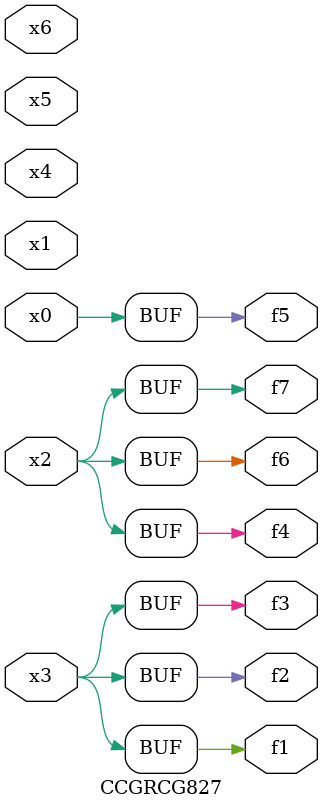
<source format=v>
module CCGRCG827(
	input x0, x1, x2, x3, x4, x5, x6,
	output f1, f2, f3, f4, f5, f6, f7
);
	assign f1 = x3;
	assign f2 = x3;
	assign f3 = x3;
	assign f4 = x2;
	assign f5 = x0;
	assign f6 = x2;
	assign f7 = x2;
endmodule

</source>
